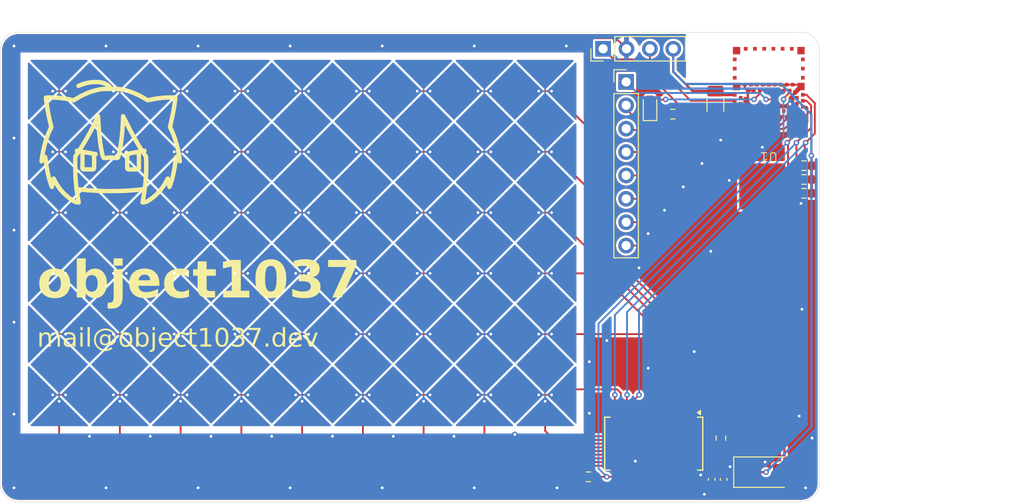
<source format=kicad_pcb>
(kicad_pcb (version 20240108) (generator "pcbnew") (generator_version "8.0")
  (layers (0 "F.Cu" signal) (31 "B.Cu" signal) (34 "B.Paste" user) (35 "F.Paste" user) (36 "B.SilkS" user "B.Silkscreen") (37 "F.SilkS" user "F.Silkscreen") (38 "B.Mask" user) (39 "F.Mask" user) (44 "Edge.Cuts" user))
  (net 0 "")
  (net 1 "GND")
  (net 2 "Net-(BT1-+)")
  (net 3 "+BATT")
  (net 4 "/SCL")
  (net 5 "/SDA")
  (net 6 "/INT")
  (net 7 "/SYNC")
  (net 8 "Net-(U2-NRST)")
  (net 11 "/SWDCLK")
  (net 13 "Net-(D2-A)")
  (net 14 "Net-(D2-K)")
  (net 15 "/P0_08")
  (net 16 "/P0_05")
  (net 17 "/~{RESET}")
  (net 18 "Net-(U1-OUT_ANT)")
  (net 20 "/SWDIO")
  (net 21 "/P0_11")
  (net 23 "/P0_03")
  (net 24 "/P0_04")
  (net 29 "/P0_15")
  (net 30 "/P0_17")
  (net 39 "unconnected-(U2-RX5-Pad23)")
  (net 40 "unconnected-(U2-RX3-Pad21)")
  (net 41 "unconnected-(U2-RX8-Pad26)")
  (net 42 "unconnected-(U2-RX0-Pad16)")
  (net 43 "unconnected-(U2-RX7-Pad25)")
  (net 44 "unconnected-(U2-RX9-Pad2)")
  (net 47 "unconnected-(U2-RX12-Pad5)")
  (net 48 "unconnected-(U2-RX13-Pad7)")
  (net 49 "unconnected-(U2-RX14-Pad13)")
  (net 50 "unconnected-(U2-RX2-Pad18)")
  (net 52 "unconnected-(U2-RX6-Pad24)")
  (net 53 "unconnected-(U2-RX1-Pad17)")
  (net 54 "unconnected-(U2-RX4-Pad22)")
  (net 55 "unconnected-(U2-RX10-Pad3)")
  (net 56 "unconnected-(U2-RX11-Pad4)")
  (footprint "Resistor_SMD:R_0603_1608Metric" (layer "F.Cu") (at 137.325 64.5 180)
    (property "Reference" "R4" (hide yes))
    (property "Value" "4.7k")
  )
  (footprint "Resistor_SMD:R_0603_1608Metric" (layer "F.Cu") (at 137.325 66 180)
    (property "Reference" "R3" (hide yes))
    (property "Value" "4.7k")
  )
  (footprint "Battery:BatteryHolder_Multicomp_BC-2001_1x2032" (layer "F.Cu") (at 132.790773 79.7 -90)
    (property "Reference" "BT1" (hide yes))
    (property "Value" "Battery_Cell")
  )
  (footprint "Capacitor_SMD:C_0402_1005Metric" (layer "F.Cu") (at 128.6 98.58 -90)
    (property "Reference" "C2" (hide yes))
    (property "Value" "10u")
  )
  (footprint "Package_SO:SSOP-28_5.3x10.2mm_P0.65mm" (layer "F.Cu") (at 121 94.7 -90)
    (property "Reference" "U2" (hide yes))
    (property "Value" "MTCH6102")
  )
  (footprint "Resistor_SMD:R_0603_1608Metric" (layer "F.Cu") (at 128.3 94.1 90)
    (property "Reference" "R5" (hide yes))
    (property "Value" "20k")
  )
  (footprint "Resistor_SMD:R_0603_1608Metric" (layer "F.Cu") (at 113.9 98.3)
    (property "Reference" "R2" (hide yes))
    (property "Value" "1.8k")
  )
  (footprint "Capacitor_SMD:C_0402_1005Metric" (layer "F.Cu") (at 127.3 98.58 -90)
    (property "Reference" "C1" (hide yes))
    (property "Value" "0.1u")
  )
  (footprint "Diode_SMD:D_SMA" (layer "F.Cu") (at 133.2 97.8)
    (property "Reference" "D1" (hide yes))
    (property "Value" "D_Schottky")
  )
  (footprint "Connector_PinHeader_2.54mm:PinHeader_1x04_P2.54mm_Vertical" (layer "F.Cu") (at 115.5 51.8 90)
    (property "Reference" "J2" (hide yes))
    (property "Value" "Conn_01x04")
  )
  (footprint "LED_SMD:LED_0603_1608Metric" (layer "F.Cu") (at 120.6 58.1125 90)
    (property "Reference" "D2" (hide yes))
    (property "Value" "LED")
  )
  (footprint "Connector_PinHeader_2.54mm:PinHeader_1x08_P2.54mm_Vertical" (layer "F.Cu") (at 118 55.4)
    (property "Reference" "J1" (hide yes))
    (property "Value" "Conn_01x08")
  )
  (footprint "RF_Module:ISP1907" (layer "F.Cu") (at 137 59 180)
    (property "Reference" "U1")
    (property "Value" "ISP1907")
  )
  (footprint "Resistor_SMD:R_0603_1608Metric" (layer "F.Cu") (at 123.075 58.9)
    (property "Reference" "R6" (hide yes))
    (property "Value" "2.2k")
  )
  (footprint "LOGO" (layer "F.Cu") (at 62 62)
    (property "Reference" "G***" (hide yes))
    (property "Value" "LOGO" (hide yes))
  )
  (footprint "Resistor_SMD:R_0603_1608Metric" (layer "F.Cu") (at 137.325 67.5 180)
    (property "Reference" "R1" (hide yes))
    (property "Value" "1.8k")
  )
  (footprint "Capacitor_SMD:C_1206_3216Metric" (layer "F.Cu") (at 127.7 57.875 -90)
    (property "Reference" "C3" (hide yes))
    (property "Value" "100u")
  )
  (gr_poly (pts (xy 56.1 69.6) (xy 53.1 72.6) (xy 53.1 66.6)) (stroke (width 0.2)) (fill solid) (layer "B.Cu") (net 56))
  (gr_poly (pts (xy 109.5 63) (xy 112.5 60) (xy 112.5 66)) (stroke (width 0.2)) (fill solid) (layer "B.Cu") (net 55))
  (gr_poly (pts (xy 63 89.7) (xy 66 92.7) (xy 60 92.7)) (stroke (width 0.2)) (fill solid) (layer "B.Cu") (net 53))
  (gr_poly (pts (xy 62.7 89.4) (xy 59.7 92.4) (xy 56.7 89.4) (xy 59.7 86.4)) (stroke (width 0.2)) (fill solid) (layer "B.Cu") (net 49))
  (gr_poly (pts (xy 89.4 89.1) (xy 86.4 86.1) (xy 89.4 83.1) (xy 92.4 86.1)) (stroke (width 0.2)) (fill solid) (layer "B.Cu") (net 39))
  (gr_poly (pts (xy 56.4 82.5) (xy 53.4 79.5) (xy 56.4 76.5) (xy 59.4 79.5)) (stroke (width 0.2)) (fill solid) (layer "B.Cu") (net 42))
  (gr_poly (pts (xy 108.9 89.4) (xy 105.9 92.4) (xy 102.9 89.4) (xy 105.9 86.4)) (stroke (width 0.2)) (fill solid) (layer "B.Cu") (net 49))
  (gr_poly (pts (xy 56.4 89.7) (xy 59.4 92.7) (xy 53.4 92.7)) (stroke (width 0.2)) (fill solid) (layer "B.Cu") (net 42))
  (gr_poly (pts (xy 109.5 89.4) (xy 112.5 86.4) (xy 112.5 92.4)) (stroke (width 0.2)) (fill solid) (layer "B.Cu") (net 49))
  (gr_poly (pts (xy 82.8 69.3) (xy 79.8 66.3) (xy 82.8 63.3) (xy 85.8 66.3)) (stroke (width 0.2)) (fill solid) (layer "B.Cu") (net 54))
  (gr_poly (pts (xy 69.6 75.9) (xy 66.6 72.9) (xy 69.6 69.9) (xy 72.6 72.9)) (stroke (width 0.2)) (fill solid) (layer "B.Cu") (net 50))
  (gr_poly (pts (xy 56.1 63) (xy 53.1 66) (xy 53.1 60)) (stroke (width 0.2)) (fill solid) (layer "B.Cu") (net 55))
  (gr_poly (pts (xy 69.3 82.8) (xy 66.3 85.8) (xy 63.3 82.8) (xy 66.3 79.8)) (stroke (width 0.2)) (fill solid) (layer "B.Cu") (net 48))
  (gr_poly (pts (xy 69.6 89.1) (xy 66.6 86.1) (xy 69.6 83.1) (xy 72.6 86.1)) (stroke (width 0.2)) (fill solid) (layer "B.Cu") (net 50))
  (gr_poly (pts (xy 89.4 89.7) (xy 92.4 92.7) (xy 86.4 92.7)) (stroke (width 0.2)) (fill solid) (layer "B.Cu") (net 39))
  (gr_poly (pts (xy 69.6 56.1) (xy 66.6 53.1) (xy 72.6 53.1)) (stroke (width 0.2)) (fill solid) (layer "B.Cu") (net 50))
  (gr_poly (pts (xy 96 75.9) (xy 93 72.9) (xy 96 69.9) (xy 99 72.9)) (stroke (width 0.2)) (fill solid) (layer "B.Cu") (net 52))
  (gr_poly (pts (xy 102.6 69.3) (xy 99.6 66.3) (xy 102.6 63.3) (xy 105.6 66.3)) (stroke (width 0.2)) (fill solid) (layer "B.Cu") (net 43))
  (gr_poly (pts (xy 56.1 56.4) (xy 53.1 59.4) (xy 53.1 53.4)) (stroke (width 0.2)) (fill solid) (layer "B.Cu") (net 44))
  (gr_poly (pts (xy 69.3 69.6) (xy 66.3 72.6) (xy 63.3 69.6) (xy 66.3 66.6)) (stroke (width 0.2)) (fill solid) (layer "B.Cu") (net 56))
  (gr_poly (pts (xy 108.9 56.4) (xy 105.9 59.4) (xy 102.9 56.4) (xy 105.9 53.4)) (stroke (width 0.2)) (fill solid) (layer "B.Cu") (net 44))
  (gr_poly (pts (xy 69.3 63) (xy 66.3 66) (xy 63.3 63) (xy 66.3 60)) (stroke (width 0.2)) (fill solid) (layer "B.Cu") (net 55))
  (gr_poly (pts (xy 92.4 59.7) (xy 89.4 62.7) (xy 86.4 59.7) (xy 89.4 56.7)) (stroke (width 0.2)) (fill solid) (layer "B.Cu") (net 39))
  (gr_poly (pts (xy 69.6 89.7) (xy 72.6 92.7) (xy 66.6 92.7)) (stroke (width 0.2)) (fill solid) (layer "B.Cu") (net 50))
  (gr_poly (pts (xy 108.9 82.8) (xy 105.9 85.8) (xy 102.9 82.8) (xy 105.9 79.8)) (stroke (width 0.2)) (fill solid) (layer "B.Cu") (net 48))
  (gr_poly (pts (xy 95.7 69.6) (xy 92.7 72.6) (xy 89.7 69.6) (xy 92.7 66.6)) (stroke (width 0.2)) (fill solid) (layer "B.Cu") (net 56))
  (gr_poly (pts (xy 109.2 89.1) (xy 106.2 86.1) (xy 109.2 83.1) (xy 112.2 86.1)) (stroke (width 0.2)) (fill solid) (layer "B.Cu") (net 41))
  (gr_poly (pts (xy 89.4 56.1) (xy 86.4 53.1) (xy 92.4 53.1)) (stroke (width 0.2)) (fill solid) (layer "B.Cu") (net 39))
  (gr_poly (pts (xy 82.8 75.9) (xy 79.8 72.9) (xy 82.8 69.9) (xy 85.8 72.9)) (stroke (width 0.2)) (fill solid) (layer "B.Cu") (net 54))
  (gr_poly (pts (xy 108.9 63) (xy 105.9 66) (xy 102.9 63) (xy 105.9 60)) (stroke (width 0.2)) (fill solid) (layer "B.Cu") (net 55))
  (gr_poly (pts (xy 56.4 56.1) (xy 53.4 53.1) (xy 59.4 53.1)) (stroke (width 0.2)) (fill solid) (layer "B.Cu") (net 42))
  (gr_poly (pts (xy 95.7 63) (xy 92.7 66) (xy 89.7 63) (xy 92.7 60)) (stroke (width 0.2)) (fill solid) (layer "B.Cu") (net 55))
  (gr_poly (pts (xy 76.2 89.7) (xy 79.2 92.7) (xy 73.2 92.7)) (stroke (width 0.2)) (fill solid) (layer "B.Cu") (net 40))
  (gr_poly (pts (xy 62.7 76.2) (xy 59.7 79.2) (xy 56.7 76.2) (xy 59.7 73.2)) (stroke (width 0.2)) (fill solid) (layer "B.Cu") (net 47))
  (gr_poly (pts (xy 75.9 56.4) (xy 72.9 59.4) (xy 69.9 56.4) (xy 72.9 53.4)) (stroke (width 0.2)) (fill solid) (layer "B.Cu") (net 44))
  (gr_poly (pts (xy 62.7 56.4) (xy 59.7 59.4) (xy 56.7 56.4) (xy 59.7 53.4)) (stroke (width 0.2)) (fill solid) (layer "B.Cu") (net 44))
  (gr_poly (pts (xy 76.2 82.5) (xy 73.2 79.5) (xy 76.2 76.5) (xy 79.2 79.5)) (stroke (width 0.2)) (fill solid) (layer "B.Cu") (net 40))
  (gr_poly (pts (xy 102.3 63) (xy 99.3 66) (xy 96.3 63) (xy 99.3 60)) (stroke (width 0.2)) (fill solid) (layer "B.Cu") (net 55))
  (gr_poly (pts (xy 63 89.1) (xy 60 86.1) (xy 63 83.1) (xy 66 86.1)) (stroke (width 0.2)) (fill solid) (layer "B.Cu") (net 53))
  (gr_poly (pts (xy 56.4 75.9) (xy 53.4 72.9) (xy 56.4 69.9) (xy 59.4 72.9)) (stroke (width 0.2)) (fill solid) (layer "B.Cu") (net 42))
  (gr_poly (pts (xy 89.1 76.2) (xy 86.1 79.2) (xy 83.1 76.2) (xy 86.1 73.2)) (stroke (width 0.2)) (fill solid) (layer "B.Cu") (net 47))
  (gr_poly (pts (xy 82.5 89.4) (xy 79.5 92.4) (xy 76.5 89.4) (xy 79.5 86.4)) (stroke (width 0.2)) (fill solid) (layer "B.Cu") (net 49))
  (gr_poly (pts (xy 105.6 59.7) (xy 102.6 62.7) (xy 99.6 59.7) (xy 102.6 56.7)) (stroke (width 0.2)) (fill solid) (layer "B.Cu") (net 43))
  (gr_poly (pts (xy 76.2 75.9) (xy 73.2 72.9) (xy 76.2 69.9) (xy 79.2 72.9)) (stroke (width 0.2)) (fill solid) (layer "B.Cu") (net 40))
  (gr_poly (pts (xy 109.2 82.5) (xy 106.2 79.5) (xy 109.2 76.5) (xy 112.2 79.5)) (stroke (width 0.2)) (fill solid) (layer "B.Cu") (net 41))
  (gr_poly (pts (xy 89.4 75.9) (xy 86.4 72.9) (xy 89.4 69.9) (xy 92.4 72.9)) (stroke (width 0.2)) (fill solid) (layer "B.Cu") (net 39))
  (gr_poly (pts (xy 95.7 56.4) (xy 92.7 59.4) (xy 89.7 56.4) (xy 92.7 53.4)) (stroke (width 0.2)) (fill solid) (layer "B.Cu") (net 44))
  (gr_poly (pts (xy 75.9 82.8) (xy 72.9 85.8) (xy 69.9 82.8) (xy 72.9 79.8)) (stroke (width 0.2)) (fill solid) (layer "B.Cu") (net 48))
  (gr_poly (pts (xy 69.3 89.4) (xy 66.3 92.4) (xy 63.3 89.4) (xy 66.3 86.4)) (stroke (width 0.2)) (fill solid) (layer "B.Cu") (net 49))
  (gr_poly (pts (xy 56.4 69.3) (xy 53.4 66.3) (xy 56.4 63.3) (xy 59.4 66.3)) (stroke (width 0.2)) (fill solid) (layer "B.Cu") (net 42))
  (gr_poly (pts (xy 63 82.5) (xy 60 79.5) (xy 63 76.5) (xy 66 79.5)) (stroke (width 0.2)) (fill solid) (layer "B.Cu") (net 53))
  (gr_poly (pts (xy 82.5 69.6) (xy 79.5 72.6) (xy 76.5 69.6) (xy 79.5 66.6)) (stroke (width 0.2)) (fill solid) (layer "B.Cu") (net 56))
  (gr_poly (pts (xy 56.4 89.1) (xy 53.4 86.1) (xy 56.4 83.1) (xy 59.4 86.1)) (stroke (width 0.2)) (fill solid) (layer "B.Cu") (net 42))
  (gr_poly (pts (xy 82.8 56.1) (xy 79.8 53.1) (xy 85.8 53.1)) (stroke (width 0.2)) (fill solid) (layer "B.Cu") (net 54))
  (gr_poly (pts (xy 69.3 76.2) (xy 66.3 79.2) (xy 63.3 76.2) (xy 66.3 73.2)) (stroke (width 0.2)) (fill solid) (layer "B.Cu") (net 47))
  (gr_poly (pts (xy 99 59.7) (xy 96 62.7) (xy 93 59.7) (xy 96 56.7)) (stroke (width 0.2)) (fill solid) (layer "B.Cu") (net 52))
  (gr_poly (pts (xy 102.6 89.1) (xy 99.6 86.1) (xy 102.6 83.1) (xy 105.6 86.1)) (stroke (width 0.2)) (fill solid) (layer "B.Cu") (net 43))
  (gr_poly (pts (xy 109.5 69.6) (xy 112.5 66.6) (xy 112.5 72.6)) (stroke (width 0.2)) (fill solid) (layer "B.Cu") (net 56))
  (gr_poly (pts (xy 95.7 76.2) (xy 92.7 79.2) (xy 89.7 76.2) (xy 92.7 73.2)) (stroke (width 0.2)) (fill solid) (layer "B.Cu") (net 47))
  (gr_poly (pts (xy 95.7 82.8) (xy 92.7 85.8) (xy 89.7 82.8) (xy 92.7 79.8)) (stroke (width 0.2)) (fill solid) (layer "B.Cu") (net 48))
  (gr_poly (pts (xy 102.3 76.2) (xy 99.3 79.2) (xy 96.3 76.2) (xy 99.3 73.2)) (stroke (width 0.2)) (fill solid) (layer "B.Cu") (net 47))
  (gr_poly (pts (xy 89.1 82.8) (xy 86.1 85.8) (xy 83.1 82.8) (xy 86.1 79.8)) (stroke (width 0.2)) (fill solid) (layer "B.Cu") (net 48))
  (gr_poly (pts (xy 82.5 82.8) (xy 79.5 85.8) (xy 76.5 82.8) (xy 79.5 79.8)) (stroke (width 0.2)) (fill solid) (layer "B.Cu") (net 48))
  (gr_poly (pts (xy 89.1 63) (xy 86.1 66) (xy 83.1 63) (xy 86.1 60)) (stroke (width 0.2)) (fill solid) (layer "B.Cu") (net 55))
  (gr_poly (pts (xy 75.9 76.2) (xy 72.9 79.2) (xy 69.9 76.2) (xy 72.9 73.2)) (stroke (width 0.2)) (fill solid) (layer "B.Cu") (net 47))
  (gr_poly (pts (xy 102.3 56.4) (xy 99.3 59.4) (xy 96.3 56.4) (xy 99.3 53.4)) (stroke (width 0.2)) (fill solid) (layer "B.Cu") (net 44))
  (gr_poly (pts (xy 102.6 89.7) (xy 105.6 92.7) (xy 99.6 92.7)) (stroke (width 0.2)) (fill solid) (layer "B.Cu") (net 43))
  (gr_poly (pts (xy 89.1 89.4) (xy 86.1 92.4) (xy 83.1 89.4) (xy 86.1 86.4)) (stroke (width 0.2)) (fill solid) (layer "B.Cu") (net 49))
  (gr_poly (pts (xy 102.3 82.8) (xy 99.3 85.8) (xy 96.3 82.8) (xy 99.3 79.8)) (stroke (width 0.2)) (fill solid) (layer "B.Cu") (net 48))
  (gr_poly (pts (xy 96 82.5) (xy 93 79.5) (xy 96 76.5) (xy 99 79.5)) (stroke (width 0.2)) (fill solid) (layer "B.Cu") (net 52))
  (gr_poly (pts (xy 89.4 82.5) (xy 86.4 79.5) (xy 89.4 76.5) (xy 92.4 79.5)) (stroke (width 0.2)) (fill solid) (layer "B.Cu") (net 39))
  (gr_poly (pts (xy 102.3 89.4) (xy 99.3 92.4) (xy 96.3 89.4) (xy 99.3 86.4)) (stroke (width 0.2)) (fill solid) (layer "B.Cu") (net 49))
  (gr_poly (pts (xy 79.2 59.7) (xy 76.2 62.7) (xy 73.2 59.7) (xy 76.2 56.7)) (stroke (width 0.2)) (fill solid) (layer "B.Cu") (net 40))
  (gr_poly (pts (xy 102.6 56.1) (xy 99.6 53.1) (xy 105.6 53.1)) (stroke (width 0.2)) (fill solid) (layer "B.Cu") (net 43))
  (gr_poly (pts (xy 95.7 89.4) (xy 92.7 92.4) (xy 89.7 89.4) (xy 92.7 86.4)) (stroke (width 0.2)) (fill solid) (layer "B.Cu") (net 49))
  (gr_poly (pts (xy 108.9 69.6) (xy 105.9 72.6) (xy 102.9 69.6) (xy 105.9 66.6)) (stroke (width 0.2)) (fill solid) (layer "B.Cu") (net 56))
  (gr_poly (pts (xy 69.3 56.4) (xy 66.3 59.4) (xy 63.3 56.4) (xy 66.3 53.4)) (stroke (width 0.2)) (fill solid) (layer "B.Cu") (net 44))
  (gr_poly (pts (xy 56.1 89.4) (xy 53.1 92.4) (xy 53.1 86.4)) (stroke (width 0.2)) (fill solid) (layer "B.Cu") (net 49))
  (gr_poly (pts (xy 89.1 69.6) (xy 86.1 72.6) (xy 83.1 69.6) (xy 86.1 66.6)) (stroke (width 0.2)) (fill solid) (layer "B.Cu") (net 56))
  (gr_poly (pts (xy 82.5 63) (xy 79.5 66) (xy 76.5 63) (xy 79.5 60)) (stroke (width 0.2)) (fill solid) (layer "B.Cu") (net 55))
  (gr_poly (pts (xy 69.6 69.3) (xy 66.6 66.3) (xy 69.6 63.3) (xy 72.6 66.3)) (stroke (width 0.2)) (fill solid) (layer "B.Cu") (net 50))
  (gr_poly (pts (xy 82.5 56.4) (xy 79.5 59.4) (xy 76.5 56.4) (xy 79.5 53.4)) (stroke (width 0.2)) (fill solid) (layer "B.Cu") (net 44))
  (gr_poly (pts (xy 75.9 63) (xy 72.9 66) (xy 69.9 63) (xy 72.9 60)) (stroke (width 0.2)) (fill solid) (layer "B.Cu") (net 55))
  (gr_poly (pts (xy 109.5 82.8) (xy 112.5 79.8) (xy 112.5 85.8)) (stroke (width 0.2)) (fill solid) (layer "B.Cu") (net 48))
  (gr_poly (pts (xy 82.8 89.7) (xy 85.8 92.7) (xy 79.8 92.7)) (stroke (width 0.2)) (fill solid) (layer "B.Cu") (net 54))
  (gr_poly (pts (xy 89.4 69.3) (xy 86.4 66.3) (xy 89.4 63.3) (xy 92.4 66.3)) (stroke (width 0.2)) (fill solid) (layer "B.Cu") (net 39))
  (gr_poly (pts (xy 59.4 59.7) (xy 56.4 62.7) (xy 53.4 59.7) (xy 56.4 56.7)) (stroke (width 0.2)) (fill solid) (layer "B.Cu") (net 42))
  (gr_poly (pts (xy 109.2 89.7) (xy 112.2 92.7) (xy 106.2 92.7)) (stroke (width 0.2)) (fill solid) (layer "B.Cu") (net 41))
  (gr_poly (pts (xy 82.8 89.1) (xy 79.8 86.1) (xy 82.8 83.1) (xy 85.8 86.1)) (stroke (width 0.2)) (fill solid) (layer "B.Cu") (net 54))
  (gr_poly (pts (xy 102.6 82.5) (xy 99.6 79.5) (xy 102.6 76.5) (xy 105.6 79.5)) (stroke (width 0.2)) (fill solid) (layer "B.Cu") (net 43))
  (gr_poly (pts (xy 109.2 75.9) (xy 106.2 72.9) (xy 109.2 69.9) (xy 112.2 72.9)) (stroke (width 0.2)) (fill solid) (layer "B.Cu") (net 41))
  (gr_poly (pts (xy 96 69.3) (xy 93 66.3) (xy 96 63.3) (xy 99 66.3)) (stroke (width 0.2)) (fill solid) (layer "B.Cu") (net 52))
  (gr_poly (pts (xy 56.1 82.8) (xy 53.1 85.8) (xy 53.1 79.8)) (stroke (width 0.2)) (fill solid) (layer "B.Cu") (net 48))
  (gr_poly (pts (xy 96 56.1) (xy 93 53.1) (xy 99 53.1)) (stroke (width 0.2)) (fill solid) (layer "B.Cu") (net 52))
  (gr_poly (pts (xy 109.5 76.2) (xy 112.5 73.2) (xy 112.5 79.2)) (stroke (width 0.2)) (fill solid) (layer "B.Cu") (net 47))
  (gr_poly (pts (xy 72.6 59.7) (xy 69.6 62.7) (xy 66.6 59.7) (xy 69.6 56.7)) (stroke (width 0.2)) (fill solid) (layer "B.Cu") (net 50))
  (gr_poly (pts (xy 62.7 69.6) (xy 59.7 72.6) (xy 56.7 69.6) (xy 59.7 66.6)) (stroke (width 0.2)) (fill solid) (layer "B.Cu") (net 56))
  (gr_poly (pts (xy 62.7 63) (xy 59.7 66) (xy 56.7 63) (xy 59.7 60)) (stroke (width 0.2)) (fill solid) (layer "B.Cu") (net 55))
  (gr_poly (pts (xy 75.9 69.6) (xy 72.9 72.6) (xy 69.9 69.6) (xy 72.9 66.6)) (stroke (width 0.2)) (fill solid) (layer "B.Cu") (net 56))
  (gr_poly (pts (xy 102.3 69.6) (xy 99.3 72.6) (xy 96.3 69.6) (xy 99.3 66.6)) (stroke (width 0.2)) (fill solid) (layer "B.Cu") (net 56))
  (gr_poly (pts (xy 96 89.1) (xy 93 86.1) (xy 96 83.1) (xy 99 86.1)) (stroke (width 0.2)) (fill solid) (layer "B.Cu") (net 52))
  (gr_poly (pts (xy 62.7 82.8) (xy 59.7 85.8) (xy 56.7 82.8) (xy 59.7 79.8)) (stroke (width 0.2)) (fill solid) (layer "B.Cu") (net 48))
  (gr_poly (pts (xy 109.2 56.1) (xy 106.2 53.1) (xy 112.2 53.1)) (stroke (width 0.2)) (fill solid) (layer "B.Cu") (net 41))
  (gr_poly (pts (xy 82.8 82.5) (xy 79.8 79.5) (xy 82.8 76.5) (xy 85.8 79.5)) (stroke (width 0.2)) (fill solid) (layer "B.Cu") (net 54))
  (gr_poly (pts (xy 109.2 69.3) (xy 106.2 66.3) (xy 109.2 63.3) (xy 112.2 66.3)) (stroke (width 0.2)) (fill solid) (layer "B.Cu") (net 41))
  (gr_poly (pts (xy 63 75.9) (xy 60 72.9) (xy 63 69.9) (xy 66 72.9)) (stroke (width 0.2)) (fill solid) (layer "B.Cu") (net 53))
  (gr_poly (pts (xy 108.9 76.2) (xy 105.9 79.2) (xy 102.9 76.2) (xy 105.9 73.2)) (stroke (width 0.2)) (fill solid) (layer "B.Cu") (net 47))
  (gr_poly (pts (xy 76.2 89.1) (xy 73.2 86.1) (xy 76.2 83.1) (xy 79.2 86.1)) (stroke (width 0.2)) (fill solid) (layer "B.Cu") (net 40))
  (gr_poly (pts (xy 56.1 76.2) (xy 53.1 79.2) (xy 53.1 73.2)) (stroke (width 0.2)) (fill solid) (layer "B.Cu") (net 47))
  (gr_poly (pts (xy 66 59.7) (xy 63 62.7) (xy 60 59.7) (xy 63 56.7)) (stroke (width 0.2)) (fill solid) (layer "B.Cu") (net 53))
  (gr_poly (pts (xy 63 69.3) (xy 60 66.3) (xy 63 63.3) (xy 66 66.3)) (stroke (width 0.2)) (fill solid) (layer "B.Cu") (net 53))
  (gr_poly (pts (xy 75.9 89.4) (xy 72.9 92.4) (xy 69.9 89.4) (xy 72.9 86.4)) (stroke (width 0.2)) (fill solid) (layer "B.Cu") (net 49))
  (gr_poly (pts (xy 85.8 59.7) (xy 82.8 62.7) (xy 79.8 59.7) (xy 82.8 56.7)) (stroke (width 0.2)) (fill solid) (layer "B.Cu") (net 54))
  (gr_poly (pts (xy 102.6 75.9) (xy 99.6 72.9) (xy 102.6 69.9) (xy 105.6 72.9)) (stroke (width 0.2)) (fill solid) (layer "B.Cu") (net 43))
  (gr_poly (pts (xy 109.5 56.4) (xy 112.5 53.4) (xy 112.5 59.4)) (stroke (width 0.2)) (fill solid) (layer "B.Cu") (net 44))
  (gr_poly (pts (xy 76.2 69.3) (xy 73.2 66.3) (xy 76.2 63.3) (xy 79.2 66.3)) (stroke (width 0.2)) (fill solid) (layer "B.Cu") (net 40))
  (gr_poly (pts (xy 82.5 76.2) (xy 79.5 79.2) (xy 76.5 76.2) (xy 79.5 73.2)) (stroke (width 0.2)) (fill solid) (layer "B.Cu") (net 47))
  (gr_poly (pts (xy 96 89.7) (xy 99 92.7) (xy 93 92.7)) (stroke (width 0.2)) (fill solid) (layer "B.Cu") (net 52))
  (gr_poly (pts (xy 69.6 82.5) (xy 66.6 79.5) (xy 69.6 76.5) (xy 72.6 79.5)) (stroke (width 0.2)) (fill solid) (layer "B.Cu") (net 50))
  (gr_poly (pts (xy 76.2 56.1) (xy 73.2 53.1) (xy 79.2 53.1)) (stroke (width 0.2)) (fill solid) (layer "B.Cu") (net 40))
  (gr_poly (pts (xy 89.1 56.4) (xy 86.1 59.4) (xy 83.1 56.4) (xy 86.1 53.4)) (stroke (width 0.2)) (fill solid) (layer "B.Cu") (net 44))
  (gr_poly (pts (xy 63 56.1) (xy 60 53.1) (xy 66 53.1)) (stroke (width 0.2)) (fill solid) (layer "B.Cu") (net 53))
  (gr_poly (pts (xy 112.2 59.7) (xy 109.2 62.7) (xy 106.2 59.7) (xy 109.2 56.7)) (stroke (width 0.2)) (fill solid) (layer "B.Cu") (net 41))
  (gr_line (start 50 99) (end 50 52) (stroke (width 0.05)) (layer "Edge.Cuts"))
  (gr_arc (start 137 50) (mid 138.414214 50.585786) (end 139 52) (stroke (width 0.05)) (layer "Edge.Cuts"))
  (gr_line (start 137 101) (end 52 101) (stroke (width 0.05)) (layer "Edge.Cuts"))
  (gr_arc (start 52 101) (mid 50.585786 100.414214) (end 50 99) (stroke (width 0.05)) (layer "Edge.Cuts"))
  (gr_arc (start 139 99) (mid 138.414214 100.414214) (end 137 101) (stroke (width 0.05)) (layer "Edge.Cuts"))
  (gr_arc (start 50 52) (mid 50.585786 50.585786) (end 52 50) (stroke (width 0.05)) (layer "Edge.Cuts"))
  (gr_line (start 139 52) (end 139 99) (stroke (width 0.05)) (layer "Edge.Cuts"))
  (gr_line (start 52 50) (end 137 50) (stroke (width 0.05)) (layer "Edge.Cuts"))
  (gr_text "object1037" (at 54 79.5 0) (layer "F.SilkS") (effects (font (size 4 4) (thickness 0.5)) (justify left bottom)))
  (gr_text "mail@object1037.dev" (at 54 84.5 0) (layer "F.SilkS") (effects (font (size 2 2) (thickness 0.025)) (justify left bottom)))
  (segment (start 118.04 51.8) (end 116.89 50.65) (width 0.2) (layer "F.Cu") (net 1))
  (segment (start 137 55.9) (end 137 55.90104) (width 0.25) (layer "F.Cu") (net 1))
  (segment (start 134.1 62.5) (end 132.8 62.5) (width 0.25) (layer "F.Cu") (net 1))
  (segment (start 136.8 55.7) (end 137 55.9) (width 0.2) (layer "F.Cu") (net 1))
  (segment (start 130.2 55.7) (end 130 55.9) (width 0.2) (layer "F.Cu") (net 1))
  (segment (start 129.65 59.35) (end 130 59) (width 0.2) (layer "F.Cu") (net 1))
  (segment (start 131.225 57.775) (end 131.225 56.35) (width 0.25) (layer "F.Cu") (net 1))
  (segment (start 130.9 55.7) (end 130.2 55.7) (width 0.2) (layer "F.Cu") (net 1))
  (segment (start 137 59.6) (end 134.1 62.5) (width 0.25) (layer "F.Cu") (net 1))
  (segment (start 137 59) (end 137 59.6) (width 0.25) (layer "F.Cu") (net 1))
  (segment (start 137 55.90104) (end 135.8 57.10104) (width 0.25) (layer "F.Cu") (net 1))
  (segment (start 130 59) (end 131.225 57.775) (width 0.25) (layer "F.Cu") (net 1))
  (segment (start 112.35 50.65) (end 111.5 51.5) (width 0.2) (layer "F.Cu") (net 1))
  (segment (start 131.15 56.35) (end 130.9 56.1) (width 0.2) (layer "F.Cu") (net 1))
  (segment (start 132.85 55.7) (end 136.8 55.7) (width 0.2) (layer "F.Cu") (net 1))
  (segment (start 127.7 59.35) (end 129.65 59.35) (width 0.2) (layer "F.Cu") (net 1))
  (segment (start 130.9 56.1) (end 130.9 55.7) (width 0.2) (layer "F.Cu") (net 1))
  (segment (start 131.875 56.35) (end 131.15 56.35) (width 0.2) (layer "F.Cu") (net 1))
  (segment (start 116.89 50.65) (end 112.35 50.65) (width 0.2) (layer "F.Cu") (net 1))
  (segment (start 135.8 57.10104) (end 135.8 57.8) (width 0.25) (layer "F.Cu") (net 1))
  (via (at 81.5 51.5) (size 0.6) (drill 0.3) (layers "F.Cu" "B.Cu") (net 1))
  (via (at 59.7 93.9) (size 0.6) (drill 0.3) (layers "F.Cu" "B.Cu") (net 1))
  (via (at 51.5 81.5) (size 0.6) (drill 0.3) (layers "F.Cu" "B.Cu") (net 1))
  (via (at 128.27 61.722) (size 0.6) (drill 0.3) (layers "F.Cu" "B.Cu") (net 1))
  (via (at 138.2 94.1) (size 0.6) (drill 0.3) (layers "F.Cu" "B.Cu") (net 1))
  (via (at 125.4 84.7) (size 0.6) (drill 0.3) (layers "F.Cu" "B.Cu") (net 1))
  (via (at 72.9 93.9) (size 0.6) (drill 0.3) (layers "F.Cu" "B.Cu") (net 1))
  (via (at 120.396 71.882) (size 0.6) (drill 0.3) (layers "F.Cu" "B.Cu") (net 1))
  (via (at 61.5 51.5) (size 0.6) (drill 0.3) (layers "F.Cu" "B.Cu") (net 1))
  (via (at 132.8 62.5) (size 0.6) (drill 0.3) (layers "F.Cu" "B.Cu") (net 1))
  (via (at 114 91.4) (size 0.6) (drill 0.3) (layers "F.Cu" "B.Cu") (net 1))
  (via (at 79.5 93.9) (size 0.6) (drill 0.3) (layers "F.Cu" "B.Cu") (net 1))
  (via (at 111.5 51.5) (size 0.6) (drill 0.3) (layers "F.Cu" "B.Cu") (net 1))
  (via (at 129.2 66.1) (size 0.6) (drill 0.3) (layers "F.Cu" "B.Cu") (net 1))
  (via (at 126.1 98.1) (size 0.6) (drill 0.3) (layers "F.Cu" "B.Cu") (net 1))
  (via (at 91.5 51.5) (size 0.6) (drill 0.3) (layers "F.Cu" "B.Cu") (net 1))
  (via (at 136.8 91.7) (size 0.6) (drill 0.3) (layers "F.Cu" "B.Cu") (net 1))
  (via (at 105.9 93.7) (size 0.6) (drill 0.3) (layers "F.Cu" "B.Cu") (net 1))
  (via (at 137.5 99.5) (size 0.6) (drill 0.3) (layers "F.Cu" "B.Cu") (net 1))
  (via (at 120.4 86.5) (size 0.6) (drill 0.3) (layers "F.Cu" "B.Cu") (net 1))
  (via (at 71.5 51.5) (size 0.6) (drill 0.3) (layers "F.Cu" "B.Cu") (net 1))
  (via (at 127.2 73.8) (size 0.6) (drill 0.3) (layers "F.Cu" "B.Cu") (net 1))
  (via (at 119 96.6) (size 0.6) (drill 0.3) (layers "F.Cu" "B.Cu") (net 1))
  (via (at 137 68.6) (size 0.6) (drill 0.3) (layers "F.Cu" "B.Cu") (net 1))
  (via (at 126.238 64.262) (size 0.6) (drill 0.3) (layers "F.Cu" "B.Cu") (net 1))
  (via (at 129.3 97.2) (size 0.6) (drill 0.3) (layers "F.Cu" "B.Cu") (net 1))
  (via (at 114 85.8) (size 0.6) (drill 0.3) (layers "F.Cu" "B.Cu") (net 1))
  (via (at 133.1 96.7) (size 0.6) (drill 0.3) (layers "F.Cu" "B.Cu") (net 1))
  (via (at 126.5 100.2) (size 0.6) (drill 0.3) (layers "F.Cu" "B.Cu") (net 1))
  (via (at 101.5 51.5) (size 0.6) (drill 0.3) (layers "F.Cu" "B.Cu") (net 1))
  (via (at 51.5 91.5) (size 0.6) (drill 0.3) (layers "F.Cu" "B.Cu") (net 1))
  (via (at 51.5 99.5) (size 0.6) (drill 0.3) (layers "F.Cu" "B.Cu") (net 1))
  (via (at 115.9 83.5) (size 0.6) (drill 0.3) (layers "F.Cu" "B.Cu") (net 1))
  (via (at 124.206 66.802) (size 0.6) (drill 0.3) (layers "F.Cu" "B.Cu") (net 1))
  (via (at 61.5 99.5) (size 0.6) (drill 0.3) (layers "F.Cu" "B.Cu") (net 1))
  (via (at 137.1 80.1) (size 0.6) (drill 0.3) (layers "F.Cu" "B.Cu") (net 1))
  (via (at 99.3 93.9) (size 0.6) (drill 0.3) (layers "F.Cu" "B.Cu") (net 1))
  (via (at 101.5 99.5) (size 0.6) (drill 0.3) (layers "F.Cu" "B.Cu") (net 1))
  (via (at 86.1 93.9) (size 0.6) (drill 0.3) (layers "F.Cu" "B.Cu") (net 1))
  (via (at 51.5 51.5) (size 0.6) (drill 0.3) (layers "F.Cu" "B.Cu") (net 1))
  (via (at 119.4 75.6) (size 0.6) (drill 0.3) (layers "F.Cu" "B.Cu") (net 1))
  (via (at 122.174 69.342) (size 0.6) (drill 0.3) (layers "F.Cu" "B.Cu") (net 1))
  (via (at 81.5 99.5) (size 0.6) (drill 0.3) (layers "F.Cu" "B.Cu") (net 1))
  (via (at 110.5 99.5) (size 0.6) (drill 0.3) (layers "F.Cu" "B.Cu") (net 1))
  (via (at 51.5 71.5) (size 0.6) (drill 0.3) (layers "F.Cu" "B.Cu") (net 1))
  (via (at 91.5 99.5) (size 0.6) (drill 0.3) (layers "F.Cu" "B.Cu") (net 1))
  (via (at 92.7 93.9) (size 0.6) (drill 0.3) (layers "F.Cu" "B.Cu") (net 1))
  (via (at 66.3 93.9) (size 0.6) (drill 0.3) (layers "F.Cu" "B.Cu") (net 1))
  (via (at 135.8 57.8) (size 0.6) (drill 0.3) (layers "F.Cu" "B.Cu") (net 1))
  (via (at 51.5 61.5) (size 0.6) (drill 0.3) (layers "F.Cu" "B.Cu") (net 1))
  (via (at 71.5 99.5) (size 0.6) (drill 0.3) (layers "F.Cu" "B.Cu") (net 1))
  (segment (start 135.2 95.059227) (end 132.790773 92.65) (width 0.25) (layer "F.Cu") (net 2))
  (segment (start 136.1 70.059227) (end 136.1 89.340773) (width 0.25) (layer "F.Cu") (net 2))
  (segment (start 132.790773 66.75) (end 136.1 70.059227) (width 0.25) (layer "F.Cu") (net 2))
  (segment (start 135.2 97.8) (end 135.2 95.059227) (width 0.25) (layer "F.Cu") (net 2))
  (segment (start 136.1 89.340773) (end 132.790773 92.65) (width 0.25) (layer "F.Cu") (net 2))
  (segment (start 123.12 54.296778) (end 125.223222 56.4) (width 0.25) (layer "F.Cu") (net 3))
  (segment (start 138.15 66) (end 138.15 64.5) (width 0.3) (layer "F.Cu") (net 3))
  (segment (start 125.8 99.5) (end 127.2 98.1) (width 0.25) (layer "F.Cu") (net 3))
  (segment (start 127.7 56.4) (end 128.1 56.8) (width 0.3) (layer "F.Cu") (net 3))
  (segment (start 113.075 98.3) (end 114.275 99.5) (width 0.25) (layer "F.Cu") (net 3))
  (segment (start 120.025 98.3) (end 120.025 99.425) (width 0.25) (layer "F.Cu") (net 3))
  (segment (start 127.2 98.1) (end 127.3 98.1) (width 0.25) (layer "F.Cu") (net 3))
  (segment (start 123.12 51.8) (end 123.12 54.296778) (width 0.25) (layer "F.Cu") (net 3))
  (segment (start 131.2 97.8) (end 133.2 97.8) (width 0.25) (layer "F.Cu") (net 3))
  (segment (start 130.9 98.1) (end 131.2 97.8) (width 0.25) (layer "F.Cu") (net 3))
  (segment (start 128.1 56.8) (end 129.8 56.8) (width 0.3) (layer "F.Cu") (net 3))
  (segment (start 125.223222 56.4) (end 127.7 56.4) (width 0.25) (layer "F.Cu") (net 3))
  (segment (start 138.15 64.5) (end 138.15 63.425) (width 0.25) (layer "F.Cu") (net 3))
  (segment (start 120.1 99.5) (end 125.8 99.5) (width 0.25) (layer "F.Cu") (net 3))
  (segment (start 128.6 98.1) (end 130.9 98.1) (width 0.25) (layer "F.Cu") (net 3))
  (segment (start 114.275 99.5) (end 120.1 99.5) (width 0.25) (layer "F.Cu") (net 3))
  (segment (start 120.025 99.425) (end 120.1 99.5) (width 0.25) (layer "F.Cu") (net 3))
  (segment (start 127.3 98.1) (end 128.6 98.1) (width 0.25) (layer "F.Cu") (net 3))
  (segment (start 138.15 67.5) (end 138.15 66) (width 0.3) (layer "F.Cu") (net 3))
  (segment (start 128.3 94.925) (end 128.325 94.925) (width 0.25) (layer "F.Cu") (net 3))
  (segment (start 128.325 94.925) (end 131.2 97.8) (width 0.25) (layer "F.Cu") (net 3))
  (segment (start 138.15 63.425) (end 138.125 63.4) (width 0.25) (layer "F.Cu") (net 3))
  (via (at 138.125 63.4) (size 0.6) (drill 0.3) (layers "F.Cu" "B.Cu") (net 3))
  (via (at 133.2 97.8) (size 0.6) (drill 0.3) (layers "F.Cu" "B.Cu") (net 3))
  (segment (start 138.125 92.875) (end 138.125 63.4) (width 0.25) (layer "B.Cu") (net 3))
  (segment (start 123.12 54.296778) (end 123.12 51.8) (width 0.25) (layer "B.Cu") (net 3))
  (segment (start 133.2 97.8) (end 138.125 92.875) (width 0.25) (layer "B.Cu") (net 3))
  (segment (start 138.125 63.4) (end 138.125 58.925) (width 0.25) (layer "B.Cu") (net 3))
  (segment (start 138.125 58.925) (end 134.825 55.625) (width 0.25) (layer "B.Cu") (net 3))
  (segment (start 134.825 55.625) (end 124.448222 55.625) (width 0.25) (layer "B.Cu") (net 3))
  (segment (start 124.448222 55.625) (end 123.12 54.296778) (width 0.25) (layer "B.Cu") (net 3))
  (segment (start 137.7 59.8) (end 135.5 62) (width 0.2) (layer "F.Cu") (net 4))
  (segment (start 137.6 58.1) (end 137.7 58.2) (width 0.2) (layer "F.Cu") (net 4))
  (segment (start 135.590773 62.090773) (end 135.590773 66.590773) (width 0.2) (layer "F.Cu") (net 4))
  (segment (start 116.775 89.4) (end 116.775 91.1) (width 0.2) (layer "F.Cu") (net 4))
  (segment (start 135.5 62) (end 135.590773 62.090773) (width 0.2) (layer "F.Cu") (net 4))
  (segment (start 137.7 58.2) (end 137.7 59.8) (width 0.2) (layer "F.Cu") (net 4))
  (segment (start 135.590773 66.590773) (end 136.5 67.5) (width 0.2) (layer "F.Cu") (net 4))
  (segment (start 137.2 58.1) (end 137.6 58.1) (width 0.2) (layer "F.Cu") (net 4))
  (via (at 116.775 89.4) (size 0.6) (drill 0.3) (layers "F.Cu" "B.Cu") (net 4))
  (via (at 135.5 62) (size 0.6) (drill 0.3) (layers "F.Cu" "B.Cu") (net 4))
  (segment (start 116.775 80.725) (end 135.5 62) (width 0.2) (layer "B.Cu") (net 4))
  (segment (start 116.775 89.4) (end 116.775 80.725) (width 0.2) (layer "B.Cu") (net 4))
  (segment (start 135.775 56.35) (end 135.775 56.525) (width 0.2) (layer "F.Cu") (net 5))
  (segment (start 115.9 98.3) (end 114.725 98.3) (width 0.2) (layer "F.Cu") (net 5))
  (segment (start 135.775 56.525) (end 135.1 57.2) (width 0.2) (layer "F.Cu") (net 5))
  (segment (start 135.1 57.2) (end 135.1 57.3) (width 0.2) (layer "F.Cu") (net 5))
  (segment (start 115.9 98.3) (end 116.775 98.3) (width 0.2) (layer "F.Cu") (net 5))
  (via (at 135.1 57.3) (size 0.6) (drill 0.3) (layers "F.Cu" "B.Cu") (net 5))
  (via (at 115.9 98.3) (size 0.6) (drill 0.3) (layers "F.Cu" "B.Cu") (net 5))
  (segment (start 115 97.4) (end 115 81.651471) (width 0.2) (layer "B.Cu") (net 5))
  (segment (start 115 81.651471) (end 135.1 61.551471) (width 0.2) (layer "B.Cu") (net 5))
  (segment (start 135.1 61.551471) (end 135.1 57.3) (width 0.2) (layer "B.Cu") (net 5))
  (segment (start 115.9 98.3) (end 115 97.4) (width 0.2) (layer "B.Cu") (net 5))
  (segment (start 137.2 56.8) (end 137.6 56.8) (width 0.2) (layer "F.Cu") (net 6))
  (segment (start 137.4 62.1) (end 137.4 65.1) (width 0.2) (layer "F.Cu") (net 6))
  (segment (start 118.725 90.075) (end 118.725 91.1) (width 0.2) (layer "F.Cu") (net 6))
  (segment (start 138.5 61) (end 137.5 62) (width 0.2) (layer "F.Cu") (net 6))
  (segment (start 137.6 56.8) (end 138.5 57.7) (width 0.2) (layer "F.Cu") (net 6))
  (segment (start 137.4 65.1) (end 136.5 66) (width 0.2) (layer "F.Cu") (net 6))
  (segment (start 119.4 89.4) (end 118.725 90.075) (width 0.2) (layer "F.Cu") (net 6))
  (segment (start 137.5 62) (end 137.4 62.1) (width 0.2) (layer "F.Cu") (net 6))
  (segment (start 138.5 57.7) (end 138.5 61) (width 0.2) (layer "F.Cu") (net 6))
  (via (at 137.5 62) (size 0.6) (drill 0.3) (layers "F.Cu" "B.Cu") (net 6))
  (via (at 119.4 89.4) (size 0.6) (drill 0.3) (layers "F.Cu" "B.Cu") (net 6))
  (segment (start 119.4 80.1) (end 119.4 89.4) (width 0.2) (layer "B.Cu") (net 6))
  (segment (start 137.5 62) (end 119.4 80.1) (width 0.2) (layer "B.Cu") (net 6))
  (segment (start 118.075 89.625) (end 118.075 91.1) (width 0.2) (layer "F.Cu") (net 7))
  (segment (start 138.1 60.4) (end 136.5 62) (width 0.2) (layer "F.Cu") (net 7))
  (segment (start 137.6 57.45) (end 138.1 57.95) (width 0.2) (layer "F.Cu") (net 7))
  (segment (start 118.1 89.4) (end 118.1 89.6) (width 0.2) (layer "F.Cu") (net 7))
  (segment (start 138.1 57.95) (end 138.1 60.4) (width 0.2) (layer "F.Cu") (net 7))
  (segment (start 136.5 62) (end 136.5 64.5) (width 0.2) (layer "F.Cu") (net 7))
  (segment (start 118.1 89.6) (end 118.075 89.625) (width 0.2) (layer "F.Cu") (net 7))
  (segment (start 137.2 57.45) (end 137.6 57.45) (width 0.2) (layer "F.Cu") (net 7))
  (via (at 118.1 89.4) (size 0.6) (drill 0.3) (layers "F.Cu" "B.Cu") (net 7))
  (via (at 136.5 62) (size 0.6) (drill 0.3) (layers "F.Cu" "B.Cu") (net 7))
  (segment (start 118.1 89.4) (end 118.1 80.4) (width 0.2) (layer "B.Cu") (net 7))
  (segment (start 118.1 80.4) (end 136.5 62) (width 0.2) (layer "B.Cu") (net 7))
  (segment (start 126.125 91.1) (end 128.3 93.275) (width 0.2) (layer "F.Cu") (net 8))
  (segment (start 125.225 91.1) (end 126.125 91.1) (width 0.2) (layer "F.Cu") (net 8))
  (segment (start 118.798529 52.95) (end 116.65 52.95) (width 0.2) (layer "F.Cu") (net 11))
  (segment (start 123.948529 58.1) (end 118.798529 52.95) (width 0.2) (layer "F.Cu") (net 11))
  (segment (start 129.8 58.1) (end 123.948529 58.1) (width 0.2) (layer "F.Cu") (net 11))
  (segment (start 116.65 52.95) (end 115.5 51.8) (width 0.2) (layer "F.Cu") (net 11))
  (segment (start 131.9 57.3) (end 132.525 56.675) (width 0.2) (layer "F.Cu") (net 13))
  (segment (start 132.525 56.675) (end 132.525 56.35) (width 0.2) (layer "F.Cu") (net 13))
  (segment (start 122.275 57.325) (end 122.3 57.3) (width 0.2) (layer "F.Cu") (net 13))
  (segment (start 120.6 57.325) (end 122.275 57.325) (width 0.2) (layer "F.Cu") (net 13))
  (via (at 131.9 57.3) (size 0.6) (drill 0.3) (layers "F.Cu" "B.Cu") (net 13))
  (via (at 122.3 57.3) (size 0.6) (drill 0.3) (layers "F.Cu" "B.Cu") (net 13))
  (segment (start 122.3 57.3) (end 131.9 57.3) (width 0.2) (layer "B.Cu") (net 13))
  (segment (start 122.25 58.9) (end 120.6 58.9) (width 0.2) (layer "F.Cu") (net 14))
  (segment (start 118 57.94) (end 118 58.34) (width 0.2) (layer "F.Cu") (net 15))
  (segment (start 130.9 59.5) (end 130.9 59.2) (width 0.2) (layer "F.Cu") (net 15))
  (segment (start 119.885 60.225) (end 130.175 60.225) (width 0.2) (layer "F.Cu") (net 15))
  (segment (start 118 58.34) (end 119.885 60.225) (width 0.2) (layer "F.Cu") (net 15))
  (segment (start 130.175 60.225) (end 130.9 59.5) (width 0.2) (layer "F.Cu") (net 15))
  (segment (start 128.695686 63.02) (end 132.2 59.515686) (width 0.2) (layer "F.Cu") (net 16))
  (segment (start 118 63.02) (end 128.695686 63.02) (width 0.2) (layer "F.Cu") (net 16))
  (segment (start 132.2 59.515686) (end 132.2 59.2) (width 0.2) (layer "F.Cu") (net 16))
  (segment (start 134.475 56.75) (end 133.925 57.3) (width 0.2) (layer "F.Cu") (net 17))
  (segment (start 133.925 57.3) (end 133.2 57.3) (width 0.2) (layer "F.Cu") (net 17))
  (segment (start 134.475 56.35) (end 134.475 56.75) (width 0.2) (layer "F.Cu") (net 17))
  (via (at 133.2 57.3) (size 0.6) (drill 0.3) (layers "F.Cu" "B.Cu") (net 17))
  (segment (start 132.5 56.6) (end 133.2 57.3) (width 0.2) (layer "B.Cu") (net 17))
  (segment (start 119.2 56.6) (end 132.5 56.6) (width 0.2) (layer "B.Cu") (net 17))
  (segment (start 118 55.4) (end 119.2 56.6) (width 0.2) (layer "B.Cu") (net 17))
  (segment (start 132.2 55.7) (end 131.55 55.7) (width 0.2) (layer "F.Cu") (net 18))
  (segment (start 120.58 53.002081) (end 125.027919 57.45) (width 0.2) (layer "F.Cu") (net 20))
  (segment (start 125.027919 57.45) (end 129.8 57.45) (width 0.2) (layer "F.Cu") (net 20))
  (segment (start 120.58 51.8) (end 120.58 53.002081) (width 0.2) (layer "F.Cu") (net 20))
  (segment (start 136.1 59.6) (end 135.2 60.5) (width 0.2) (layer "F.Cu") (net 21))
  (segment (start 136.1 59.2) (end 136.1 59.6) (width 0.2) (layer "F.Cu") (net 21))
  (segment (start 135.2 60.5) (end 133.47843 60.5) (width 0.2) (layer "F.Cu") (net 21))
  (segment (start 120.79843 73.18) (end 118 73.18) (width 0.2) (layer "F.Cu") (net 21))
  (segment (start 133.47843 60.5) (end 120.79843 73.18) (width 0.2) (layer "F.Cu") (net 21))
  (segment (start 132.85 59.431372) (end 132.85 59.2) (width 0.2) (layer "F.Cu") (net 23))
  (segment (start 126.721372 65.56) (end 132.85 59.431372) (width 0.2) (layer "F.Cu") (net 23))
  (segment (start 118 65.56) (end 126.721372 65.56) (width 0.2) (layer "F.Cu") (net 23))
  (segment (start 133.312744 60.1) (end 122.772744 70.64) (width 0.2) (layer "F.Cu") (net 24))
  (segment (start 122.772744 70.64) (end 118 70.64) (width 0.2) (layer "F.Cu") (net 24))
  (segment (start 134.765686 60.1) (end 133.312744 60.1) (width 0.2) (layer "F.Cu") (net 24))
  (segment (start 135.45 59.2) (end 135.45 59.415686) (width 0.2) (layer "F.Cu") (net 24))
  (segment (start 135.45 59.415686) (end 134.765686 60.1) (width 0.2) (layer "F.Cu") (net 24))
  (segment (start 134.8 59.5) (end 134.8 59.2) (width 0.2) (layer "F.Cu") (net 29))
  (segment (start 133.147058 59.7) (end 134.6 59.7) (width 0.2) (layer "F.Cu") (net 29))
  (segment (start 124.747058 68.1) (end 133.147058 59.7) (width 0.2) (layer "F.Cu") (net 29))
  (segment (start 134.6 59.7) (end 134.8 59.5) (width 0.2) (layer "F.Cu") (net 29))
  (segment (start 118 68.1) (end 124.747058 68.1) (width 0.2) (layer "F.Cu") (net 29))
  (segment (start 118.145 60.625) (end 118 60.48) (width 0.2) (layer "F.Cu") (net 30))
  (segment (start 130.525 60.625) (end 118.145 60.625) (width 0.2) (layer "F.Cu") (net 30))
  (segment (start 131.55 59.2) (end 131.55 59.6) (width 0.2) (layer "F.Cu") (net 30))
  (segment (start 131.55 59.6) (end 130.525 60.625) (width 0.2) (layer "F.Cu") (net 30))
  (segment (start 121.975 98.3) (end 121.975 97.225) (width 0.2) (layer "F.Cu") (net 39))
  (segment (start 119.85 95.1) (end 89.9 95.1) (width 0.2) (layer "F.Cu") (net 39))
  (segment (start 121.975 97.225) (end 119.85 95.1) (width 0.2) (layer "F.Cu") (net 39))
  (segment (start 89.9 95.1) (end 89.4 94.6) (width 0.2) (layer "F.Cu") (net 39))
  (segment (start 89.4 94.6) (end 89.4 90.1) (width 0.2) (layer "F.Cu") (net 39))
  (via (at 89.4 90.1) (size 0.6) (drill 0.3) (layers "F.Cu" "B.Cu") (net 39))
  (segment (start 89.4 54.6) (end 89.4 90.1) (width 0.15) (layer "B.Cu") (net 39))
  (segment (start 89.4 90.1) (end 89.4 91.2) (width 0.15) (layer "B.Cu") (net 39))
  (segment (start 76.2 95.3) (end 76.2 90.1) (width 0.2) (layer "F.Cu") (net 40))
  (segment (start 119.35 95.9) (end 76.8 95.9) (width 0.2) (layer "F.Cu") (net 40))
  (segment (start 120.675 98.3) (end 120.675 97.225) (width 0.2) (layer "F.Cu") (net 40))
  (segment (start 76.8 95.9) (end 76.2 95.3) (width 0.2) (layer "F.Cu") (net 40))
  (segment (start 120.675 97.225) (end 119.35 95.9) (width 0.2) (layer "F.Cu") (net 40))
  (via (at 76.2 90.1) (size 0.6) (drill 0.3) (layers "F.Cu" "B.Cu") (net 40))
  (segment (start 76.2 54.6) (end 76.2 90.2) (width 0.15) (layer "B.Cu") (net 40))
  (segment (start 76.2 90.2) (end 76.2 91.2) (width 0.15) (layer "B.Cu") (net 40))
  (segment (start 120.6 93.9) (end 109.8 93.9) (width 0.2) (layer "F.Cu") (net 41))
  (segment (start 123.925 98.3) (end 123.925 97.225) (width 0.2) (layer "F.Cu") (net 41))
  (segment (start 109.2 93.3) (end 109.2 90.1) (width 0.2) (layer "F.Cu") (net 41))
  (segment (start 123.925 97.225) (end 120.6 93.9) (width 0.2) (layer "F.Cu") (net 41))
  (segment (start 109.8 93.9) (end 109.2 93.3) (width 0.2) (layer "F.Cu") (net 41))
  (via (at 109.2 90.1) (size 0.6) (drill 0.3) (layers "F.Cu" "B.Cu") (net 41))
  (segment (start 109.2 90.1) (end 109.2 91.2) (width 0.15) (layer "B.Cu") (net 41))
  (segment (start 109.2 54.6) (end 109.2 90.1) (width 0.15) (layer "B.Cu") (net 41))
  (segment (start 117.3 97.1) (end 58 97.1) (width 0.2) (layer "F.Cu") (net 42))
  (segment (start 58 97.1) (end 56.4 95.5) (width 0.2) (layer "F.Cu") (net 42))
  (segment (start 56.4 95.5) (end 56.4 90.1) (width 0.2) (layer "F.Cu") (net 42))
  (segment (start 117.425 97.225) (end 117.3 97.1) (width 0.2) (layer "F.Cu") (net 42))
  (segment (start 117.425 98.3) (end 117.425 97.225) (width 0.2) (layer "F.Cu") (net 42))
  (via (at 56.4 90.1) (size 0.6) (drill 0.3) (layers "F.Cu" "B.Cu") (net 42))
  (segment (start 56.4 54.6) (end 56.4 90.1) (width 0.15) (layer "B.Cu") (net 42))
  (segment (start 56.4 90.1) (end 56.4 91.2) (width 0.15) (layer "B.Cu") (net 42))
  (segment (start 102.6 93.6) (end 102.6 90.1) (width 0.2) (layer "F.Cu") (net 43))
  (segment (start 123.275 97.225) (end 120.35 94.3) (width 0.2) (layer "F.Cu") (net 43))
  (segment (start 120.35 94.3) (end 103.3 94.3) (width 0.2) (layer "F.Cu") (net 43))
  (segment (start 123.275 98.3) (end 123.275 97.225) (width 0.2) (layer "F.Cu") (net 43))
  (segment (start 103.3 94.3) (end 102.6 93.6) (width 0.2) (layer "F.Cu") (net 43))
  (via (at 102.6 90.1) (size 0.6) (drill 0.3) (layers "F.Cu" "B.Cu") (net 43))
  (segment (start 102.6 54.6) (end 102.6 90.1) (width 0.15) (layer "B.Cu") (net 43))
  (segment (start 102.6 90.1) (end 102.6 91.2) (width 0.15) (layer "B.Cu") (net 43))
  (segment (start 90.1 56.4) (end 88.7 56.4) (width 0.15) (layer "F.Cu") (net 44))
  (segment (start 109.9 56.4) (end 108.5 56.4) (width 0.15) (layer "F.Cu") (net 44))
  (segment (start 68.9 56.4) (end 70.3 56.4) (width 0.15) (layer "F.Cu") (net 44))
  (segment (start 124.575 82.375) (end 115 72.8) (width 0.2) (layer "F.Cu") (net 44))
  (segment (start 96.7 56.4) (end 95.3 56.4) (width 0.15) (layer "F.Cu") (net 44))
  (segment (start 115 72.8) (end 115 61.5) (width 0.2) (layer "F.Cu") (net 44))
  (segment (start 115 61.5) (end 109.9 56.4) (width 0.2) (layer "F.Cu") (net 44))
  (segment (start 103.3 56.4) (end 101.9 56.4) (width 0.15) (layer "F.Cu") (net 44))
  (segment (start 57.1 56.4) (end 55.7 56.4) (width 0.15) (layer "F.Cu") (net 44))
  (segment (start 76.9 56.4) (end 75.5 56.4) (width 0.15) (layer "F.Cu") (net 44))
  (segment (start 82.1 56.4) (end 83.5 56.4) (width 0.15) (layer "F.Cu") (net 44))
  (segment (start 124.575 91.1) (end 124.575 82.375) (width 0.2) (layer "F.Cu") (net 44))
  (segment (start 63.7 56.4) (end 62.3 56.4) (width 0.15) (layer "F.Cu") (net 44))
  (via (at 75.5 56.4) (size 0.6) (drill 0.3) (layers "F.Cu" "B.Cu") (net 44))
  (via (at 103.3 56.4) (size 0.6) (drill 0.3) (layers "F.Cu" "B.Cu") (net 44))
  (via (at 90.1 56.4) (size 0.6) (drill 0.3) (layers "F.Cu" "B.Cu") (net 44))
  (via (at 57.1 56.4) (size 0.6) (drill 0.3) (layers "F.Cu" "B.Cu") (net 44))
  (via (at 76.9 56.4) (size 0.6) (drill 0.3) (layers "F.Cu" "B.Cu") (net 44))
  (via (at 88.7 56.4) (size 0.6) (drill 0.3) (layers "F.Cu" "B.Cu") (net 44))
  (via (at 70.3 56.4) (size 0.6) (drill 0.3) (layers "F.Cu" "B.Cu") (net 44))
  (via (at 95.3 56.4) (size 0.6) (drill 0.3) (layers "F.Cu" "B.Cu") (net 44))
  (via (at 96.7 56.4) (size 0.6) (drill 0.3) (layers "F.Cu" "B.Cu") (net 44))
  (via (at 101.9 56.4) (size 0.6) (drill 0.3) (layers "F.Cu" "B.Cu") (net 44))
  (via (at 62.3 56.4) (size 0.6) (drill 0.3) (layers "F.Cu" "B.Cu") (net 44))
  (via (at 63.7 56.4) (size 0.6) (drill 0.3) (layers "F.Cu" "B.Cu") (net 44))
  (via (at 68.9 56.4) (size 0.6) (drill 0.3) (layers "F.Cu" "B.Cu") (net 44))
  (via (at 55.7 56.4) (size 0.6) (drill 0.3) (layers "F.Cu" "B.Cu") (net 44))
  (via (at 82.1 56.4) (size 0.6) (drill 0.3) (layers "F.Cu" "B.Cu") (net 44))
  (via (at 108.5 56.4) (size 0.6) (drill 0.3) (layers "F.Cu" "B.Cu") (net 44))
  (via (at 109.9 56.4) (size 0.6) (drill 0.3) (layers "F.Cu" "B.Cu") (net 44))
  (via (at 83.5 56.4) (size 0.6) (drill 0.3) (layers "F.Cu" "B.Cu") (net 44))
  (segment (start 122.625 91.1) (end 122.625 83.625) (width 0.2) (layer "F.Cu") (net 47))
  (segment (start 115.2 76.2) (end 109.9 76.2) (width 0.2) (layer "F.Cu") (net 47))
  (segment (start 90.1 76.2) (end 88.7 76.2) (width 0.15) (layer "F.Cu") (net 47))
  (segment (start 57.1 76.2) (end 55.7 76.2) (width 0.15) (layer "F.Cu") (net 47))
  (segment (start 68.9 76.2) (end 70.3 76.2) (width 0.15) (layer "F.Cu") (net 47))
  (segment (start 96.7 76.2) (end 95.3 76.2) (width 0.15) (layer "F.Cu") (net 47))
  (segment (start 109.9 76.2) (end 108.5 76.2) (width 0.15) (layer "F.Cu") (net 47))
  (segment (start 82.1 76.2) (end 83.5 76.2) (width 0.15) (layer "F.Cu") (net 47))
  (segment (start 76.9 76.2) (end 75.5 76.2) (width 0.15) (layer "F.Cu") (net 47))
  (segment (start 122.625 83.625) (end 115.2 76.2) (width 0.2) (layer "F.Cu") (net 47))
  (segment (start 63.7 76.2) (end 62.3 76.2) (width 0.15) (layer "F.Cu") (net 47))
  (segment (start 103.3 76.2) (end 101.9 76.2) (width 0.15) (layer "F.Cu") (net 47))
  (via (at 108.5 76.2) (size 0.6) (drill 0.3) (layers "F.Cu" "B.Cu") (net 47))
  (via (at 95.3 76.2) (size 0.6) (drill 0.3) (layers "F.Cu" "B.Cu") (net 47))
  (via (at 109.9 76.2) (size 0.6) (drill 0.3) (layers "F.Cu" "B.Cu") (net 47))
  (via (at 90.1 76.2) (size 0.6) (drill 0.3) (layers "F.Cu" "B.Cu") (net 47))
  (via (at 101.9 76.2) (size 0.6) (drill 0.3) (layers "F.Cu" "B.Cu") (net 47))
  (via (at 62.3 76.2) (size 0.6) (drill 0.3) (layers "F.Cu" "B.Cu") (net 47))
  (via (at 83.5 76.2) (size 0.6) (drill 0.3) (layers "F.Cu" "B.Cu") (net 47))
  (via (at 55.7 76.2) (size 0.6) (drill 0.3) (layers "F.Cu" "B.Cu") (net 47))
  (via (at 96.7 76.2) (size 0.6) (drill 0.3) (layers "F.Cu" "B.Cu") (net 47))
  (via (at 82.1 76.2) (size 0.6) (drill 0.3) (layers "F.Cu" "B.Cu") (net 47))
  (via (at 88.7 76.2) (size 0.6) (drill 0.3) (layers "F.Cu" "B.Cu") (net 47))
  (via (at 68.9 76.2) (size 0.6) (drill 0.3) (layers "F.Cu" "B.Cu") (net 47))
  (via (at 76.9 76.2) (size 0.6) (drill 0.3) (layers "F.Cu" "B.Cu") (net 47))
  (via (at 75.5 76.2) (size 0.6) (drill 0.3) (layers "F.Cu" "B.Cu") (net 47))
  (via (at 57.1 76.2) (size 0.6) (drill 0.3) (layers "F.Cu" "B.Cu") (net 47))
  (via (at 70.3 76.2) (size 0.6) (drill 0.3) (layers "F.Cu" "B.Cu") (net 47))
  (via (at 103.3 76.2) (size 0.6) (drill 0.3) (layers "F.Cu" "B.Cu") (net 47))
  (via (at 63.7 76.2) (size 0.6) (drill 0.3) (layers "F.Cu" "B.Cu") (net 47))
  (segment (start 109.9 82.8) (end 108.5 82.8) (width 0.15) (layer "F.Cu") (net 48))
  (segment (start 103.3 82.8) (end 101.9 82.8) (width 0.15) (layer "F.Cu") (net 48))
  (segment (start 76.9 82.8) (end 75.5 82.8) (width 0.15) (layer "F.Cu") (net 48))
  (segment (start 68.9 82.8) (end 70.3 82.8) (width 0.15) (layer "F.Cu") (net 48))
  (segment (start 121.325 83.625) (end 120.5 82.8) (width 0.2) (layer "F.Cu") (net 48))
  (segment (start 57.1 82.8) (end 55.7 82.8) (width 0.15) (layer "F.Cu") (net 48))
  (segment (start 90.1 82.8) (end 88.7 82.8) (width 0.15) (layer "F.Cu") (net 48))
  (segment (start 120.5 82.8) (end 109.9 82.8) (width 0.2) (layer "F.Cu") (net 48))
  (segment (start 96.7 82.8) (end 95.3 82.8) (width 0.15) (layer "F.Cu") (net 48))
  (segment (start 121.325 91.1) (end 121.325 83.625) (width 0.2) (layer "F.Cu") (net 48))
  (segment (start 82.1 82.8) (end 83.5 82.8) (width 0.15) (layer "F.Cu") (net 48))
  (segment (start 63.7 82.8) (end 62.3 82.8) (width 0.15) (layer "F.Cu") (net 48))
  (via (at 108.5 82.8) (size 0.6) (drill 0.3) (layers "F.Cu" "B.Cu") (net 48))
  (via (at 57.1 82.8) (size 0.6) (drill 0.3) (layers "F.Cu" "B.Cu") (net 48))
  (via (at 62.3 82.8) (size 0.6) (drill 0.3) (layers "F.Cu" "B.Cu") (net 48))
  (via (at 83.5 82.8) (size 0.6) (drill 0.3) (layers "F.Cu" "B.Cu") (net 48))
  (via (at 103.3 82.8) (size 0.6) (drill 0.3) (layers "F.Cu" "B.Cu") (net 48))
  (via (at 95.3 82.8) (size 0.6) (drill 0.3) (layers "F.Cu" "B.Cu") (net 48))
  (via (at 96.7 82.8) (size 0.6) (drill 0.3) (layers "F.Cu" "B.Cu") (net 48))
  (via (at 68.9 82.8) (size 0.6) (drill 0.3) (layers "F.Cu" "B.Cu") (net 48))
  (via (at 82.1 82.8) (size 0.6) (drill 0.3) (layers "F.Cu" "B.Cu") (net 48))
  (via (at 76.9 82.8) (size 0.6) (drill 0.3) (layers "F.Cu" "B.Cu") (net 48))
  (via (at 109.9 82.8) (size 0.6) (drill 0.3) (layers "F.Cu" "B.Cu") (net 48))
  (via (at 63.7 82.8) (size 0.6) (drill 0.3) (layers "F.Cu" "B.Cu") (net 48))
  (via (at 55.7 82.8) (size 0.6) (drill 0.3) (layers "F.Cu" "B.Cu") (net 48))
  (via (at 88.7 82.8) (size 0.6) (drill 0.3) (layers "F.Cu" "B.Cu") (net 48))
  (via (at 70.3 82.8) (size 0.6) (drill 0.3) (layers "F.Cu" "B.Cu") (net 48))
  (via (at 75.5 82.8) (size 0.6) (drill 0.3) (layers "F.Cu" "B.Cu") (net 48))
  (via (at 101.9 82.8) (size 0.6) (drill 0.3) (layers "F.Cu" "B.Cu") (net 48))
  (via (at 90.1 82.8) (size 0.6) (drill 0.3) (layers "F.Cu" "B.Cu") (net 48))
  (segment (start 82.1 89.4) (end 83.5 89.4) (width 0.15) (layer "F.Cu") (net 49))
  (segment (start 109.9 89.4) (end 108.5 89.4) (width 0.15) (layer "F.Cu") (net 49))
  (segment (start 117.023529 88.8) (end 110.5 88.8) (width 0.2) (layer "F.Cu") (net 49))
  (segment (start 90.1 89.4) (end 88.7 89.4) (width 0.15) (layer "F.Cu") (net 49))
  (segment (start 96.7 89.4) (end 95.3 89.4) (width 0.15) (layer "F.Cu") (net 49))
  (segment (start 68.9 89.4) (end 70.3 89.4) (width 0.15) (layer "F.Cu") (net 49))
  (segment (start 117.425 91.1) (end 117.425 89.201471) (width 0.2) (layer "F.Cu") (net 49))
  (segment (start 117.425 89.201471) (end 117.023529 88.8) (width 0.2) (layer "F.Cu") (net 49))
  (segment (start 57.1 89.4) (end 55.7 89.4) (width 0.15) (layer "F.Cu") (net 49))
  (segment (start 110.5 88.8) (end 109.9 89.4) (width 0.2) (layer "F.Cu") (net 49))
  (segment (start 103.3 89.4) (end 101.9 89.4) (width 0.15) (layer "F.Cu") (net 49))
  (segment (start 76.9 89.4) (end 75.5 89.4) (width 0.15) (layer "F.Cu") (net 49))
  (segment (start 63.7 89.4) (end 62.3 89.4) (width 0.15) (layer "F.Cu") (net 49))
  (via (at 101.9 89.4) (size 0.6) (drill 0.3) (layers "F.Cu" "B.Cu") (net 49))
  (via (at 109.9 89.4) (size 0.6) (drill 0.3) (layers "F.Cu" "B.Cu") (net 49))
  (via (at 82.1 89.4) (size 0.6) (drill 0.3) (layers "F.Cu" "B.Cu") (net 49))
  (via (at 57.1 89.4) (size 0.6) (drill 0.3) (layers "F.Cu" "B.Cu") (net 49))
  (via (at 62.3 89.4) (size 0.6) (drill 0.3) (layers "F.Cu" "B.Cu") (net 49))
  (via (at 88.7 89.4) (size 0.6) (drill 0.3) (layers "F.Cu" "B.Cu") (net 49))
  (via (at 68.9 89.4) (size 0.6) (drill 0.3) (layers "F.Cu" "B.Cu") (net 49))
  (via (at 103.3 89.4) (size 0.6) (drill 0.3) (layers "F.Cu" "B.Cu") (net 49))
  (via (at 75.5 89.4) (size 0.6) (drill 0.3) (layers "F.Cu" "B.Cu") (net 49))
  (via (at 63.7 89.4) (size 0.6) (drill 0.3) (layers "F.Cu" "B.Cu") (net 49))
  (via (at 83.5 89.4) (size 0.6) (drill 0.3) (layers "F.Cu" "B.Cu") (net 49))
  (via (at 96.7 89.4) (size 0.6) (drill 0.3) (layers "F.Cu" "B.Cu") (net 49))
  (via (at 90.1 89.4) (size 0.6) (drill 0.3) (layers "F.Cu" "B.Cu") (net 49))
  (via (at 95.3 89.4) (size 0.6) (drill 0.3) (layers "F.Cu" "B.Cu") (net 49))
  (via (at 76.9 89.4) (size 0.6) (drill 0.3) (layers "F.Cu" "B.Cu") (net 49))
  (via (at 55.7 89.4) (size 0.6) (drill 0.3) (layers "F.Cu" "B.Cu") (net 49))
  (via (at 70.3 89.4) (size 0.6) (drill 0.3) (layers "F.Cu" "B.Cu") (net 49))
  (via (at 108.5 89.4) (size 0.6) (drill 0.3) (layers "F.Cu" "B.Cu") (net 49))
  (segment (start 118.725 97.309314) (end 117.715686 96.3) (width 0.2) (layer "F.Cu") (net 50))
  (segment (start 70.6 96.3) (end 69.6 95.3) (width 0.2) (layer "F.Cu") (net 50))
  (segment (start 118.725 98.3) (end 118.725 97.309314) (width 0.2) (layer "F.Cu") (net 50))
  (segment (start 117.715686 96.3) (end 70.6 96.3) (width 0.2) (layer "F.Cu") (net 50))
  (segment (start 69.6 95.3) (end 69.6 90.1) (width 0.2) (layer "F.Cu") (net 50))
  (via (at 69.6 90.1) (size 0.6) (drill 0.3) (layers "F.Cu" "B.Cu") (net 50))
  (segment (start 69.6 90.1) (end 69.6 91.2) (width 0.15) (layer "B.Cu") (net 50))
  (segment (start 69.6 54.6) (end 69.6 90.1) (width 0.15) (layer "B.Cu") (net 50))
  (segment (start 120.1 94.7) (end 96.7 94.7) (width 0.2) (layer "F.Cu") (net 52))
  (segment (start 122.625 97.225) (end 120.1 94.7) (width 0.2) (layer "F.Cu") (net 52))
  (segment (start 122.625 98.3) (end 122.625 97.225) (width 0.2) (layer "F.Cu") (net 52))
  (segment (start 96.7 94.7) (end 96 94) (width 0.2) (layer "F.Cu") (net 52))
  (segment (start 96 94) (end 96 90.1) (width 0.2) (layer "F.Cu") (net 52))
  (via (at 96 90.1) (size 0.6) (drill 0.3) (layers "F.Cu" "B.Cu") (net 52))
  (segment (start 96 90.1) (end 96 91.2) (width 0.15) (layer "B.Cu") (net 52))
  (segment (start 96 54.6) (end 96 90.1) (width 0.15) (layer "B.Cu") (net 52))
  (segment (start 63 95.7) (end 64 96.7) (width 0.2) (layer "F.Cu") (net 53))
  (segment (start 63 90.1) (end 63 95.7) (width 0.2) (layer "F.Cu") (net 53))
  (segment (start 64 96.7) (end 117.55 96.7) (width 0.2) (layer "F.Cu") (net 53))
  (segment (start 118.075 97.225) (end 118.075 98.3) (width 0.2) (layer "F.Cu") (net 53))
  (segment (start 117.55 96.7) (end 118.075 97.225) (width 0.2) (layer "F.Cu") (net 53))
  (via (at 63 90.1) (size 0.6) (drill 0.3) (layers "F.Cu" "B.Cu") (net 53))
  (segment (start 63 90.1) (end 63 91.2) (width 0.15) (layer "B.Cu") (net 53))
  (segment (start 63 54.6) (end 63 90.1) (width 0.15) (layer "B.Cu") (net 53))
  (segment (start 121.325 97.225) (end 119.6 95.5) (width 0.2) (layer "F.Cu") (net 54))
  (segment (start 119.6 95.5) (end 83.1 95.5) (width 0.2) (layer "F.Cu") (net 54))
  (segment (start 83.1 95.5) (end 82.8 95.2) (width 0.2) (layer "F.Cu") (net 54))
  (segment (start 121.325 98.3) (end 121.325 97.225) (width 0.2) (layer "F.Cu") (net 54))
  (segment (start 82.8 95.2) (end 82.8 90.1) (width 0.2) (layer "F.Cu") (net 54))
  (via (at 82.8 90.1) (size 0.6) (drill 0.3) (layers "F.Cu" "B.Cu") (net 54))
  (segment (start 82.8 90.1) (end 82.8 91.2) (width 0.15) (layer "B.Cu") (net 54))
  (segment (start 82.8 54.6) (end 82.8 90.1) (width 0.15) (layer "B.Cu") (net 54))
  (segment (start 90.1 63) (end 88.7 63) (width 0.15) (layer "F.Cu") (net 55))
  (segment (start 68.9 63) (end 70.3 63) (width 0.15) (layer "F.Cu") (net 55))
  (segment (start 123.925 82.725) (end 114 72.8) (width 0.2) (layer "F.Cu") (net 55))
  (segment (start 114 72.8) (end 114 67.1) (width 0.2) (layer "F.Cu") (net 55))
  (segment (start 63.7 63) (end 62.3 63) (width 0.15) (layer "F.Cu") (net 55))
  (segment (start 114 67.1) (end 109.9 63) (width 0.2) (layer "F.Cu") (net 55))
  (segment (start 109.9 63) (end 108.5 63) (width 0.15) (layer "F.Cu") (net 55))
  (segment (start 82.1 63) (end 83.5 63) (width 0.15) (layer "F.Cu") (net 55))
  (segment (start 96.7 63) (end 95.3 63) (width 0.15) (layer "F.Cu") (net 55))
  (segment (start 103.3 63) (end 101.9 63) (width 0.15) (layer "F.Cu") (net 55))
  (segment (start 76.9 63) (end 75.5 63) (width 0.15) (layer "F.Cu") (net 55))
  (segment (start 123.925 91.1) (end 123.925 82.725) (width 0.2) (layer "F.Cu") (net 55))
  (segment (start 57.1 63) (end 55.7 63) (width 0.15) (layer "F.Cu") (net 55))
  (via (at 96.7 63) (size 0.6) (drill 0.3) (layers "F.Cu" "B.Cu") (net 55))
  (via (at 55.7 63) (size 0.6) (drill 0.3) (layers "F.Cu" "B.Cu") (net 55))
  (via (at 88.7 63) (size 0.6) (drill 0.3) (layers "F.Cu" "B.Cu") (net 55))
  (via (at 90.1 63) (size 0.6) (drill 0.3) (layers "F.Cu" "B.Cu") (net 55))
  (via (at 95.3 63) (size 0.6) (drill 0.3) (layers "F.Cu" "B.Cu") (net 55))
  (via (at 83.5 63) (size 0.6) (drill 0.3) (layers "F.Cu" "B.Cu") (net 55))
  (via (at 62.3 63) (size 0.6) (drill 0.3) (layers "F.Cu" "B.Cu") (net 55))
  (via (at 68.9 63) (size 0.6) (drill 0.3) (layers "F.Cu" "B.Cu") (net 55))
  (via (at 109.9 63) (size 0.6) (drill 0.3) (layers "F.Cu" "B.Cu") (net 55))
  (via (at 76.9 63) (size 0.6) (drill 0.3) (layers "F.Cu" "B.Cu") (net 55))
  (via (at 82.1 63) (size 0.6) (drill 0.3) (layers "F.Cu" "B.Cu") (net 55))
  (via (at 70.3 63) (size 0.6) (drill 0.3) (layers "F.Cu" "B.Cu") (net 55))
  (via (at 108.5 63) (size 0.6) (drill 0.3) (layers "F.Cu" "B.Cu") (net 55))
  (via (at 101.9 63) (size 0.6) (drill 0.3) (layers "F.Cu" "B.Cu") (net 55))
  (via (at 63.7 63) (size 0.6) (drill 0.3) (layers "F.Cu" "B.Cu") (net 55))
  (via (at 57.1 63) (size 0.6) (drill 0.3) (layers "F.Cu" "B.Cu") (net 55))
  (via (at 103.3 63) (size 0.6) (drill 0.3) (layers "F.Cu" "B.Cu") (net 55))
  (via (at 75.5 63) (size 0.6) (drill 0.3) (layers "F.Cu" "B.Cu") (net 55))
  (segment (start 96.7 69.6) (end 95.3 69.6) (width 0.15) (layer "F.Cu") (net 56))
  (segment (start 63.7 69.6) (end 62.3 69.6) (width 0.15) (layer "F.Cu") (net 56))
  (segment (start 109.9 69.6) (end 108.5 69.6) (width 0.15) (layer "F.Cu") (net 56))
  (segment (start 82.1 69.6) (end 83.5 69.6) (width 0.15) (layer "F.Cu") (net 56))
  (segment (start 123.275 82.975) (end 109.9 69.6) (width 0.2) (layer "F.Cu") (net 56))
  (segment (start 57.1 69.6) (end 55.7 69.6) (width 0.15) (layer "F.Cu") (net 56))
  (segment (start 76.9 69.6) (end 75.5 69.6) (width 0.15) (layer "F.Cu") (net 56))
  (segment (start 123.275 91.1) (end 123.275 82.975) (width 0.2) (layer "F.Cu") (net 56))
  (segment (start 103.3 69.6) (end 101.9 69.6) (width 0.15) (layer "F.Cu") (net 56))
  (segment (start 68.9 69.6) (end 70.3 69.6) (width 0.15) (layer "F.Cu") (net 56))
  (segment (start 90.1 69.6) (end 88.7 69.6) (width 0.15) (layer "F.Cu") (net 56))
  (via (at 103.3 69.6) (size 0.6) (drill 0.3) (layers "F.Cu" "B.Cu") (net 56))
  (via (at 101.9 69.6) (size 0.6) (drill 0.3) (layers "F.Cu" "B.Cu") (net 56))
  (via (at 96.7 69.6) (size 0.6) (drill 0.3) (layers "F.Cu" "B.Cu") (net 56))
  (via (at 108.5 69.6) (size 0.6) (drill 0.3) (layers "F.Cu" "B.Cu") (net 56))
  (via (at 109.9 69.6) (size 0.6) (drill 0.3) (layers "F.Cu" "B.Cu") (net 56))
  (via (at 75.5 69.6) (size 0.6) (drill 0.3) (layers "F.Cu" "B.Cu") (net 56))
  (via (at 76.9 69.6) (size 0.6) (drill 0.3) (layers "F.Cu" "B.Cu") (net 56))
  (via (at 88.7 69.6) (size 0.6) (drill 0.3) (layers "F.Cu" "B.Cu") (net 56))
  (via (at 83.5 69.6) (size 0.6) (drill 0.3) (layers "F.Cu" "B.Cu") (net 56))
  (via (at 82.1 69.6) (size 0.6) (drill 0.3) (layers "F.Cu" "B.Cu") (net 56))
  (via (at 63.7 69.6) (size 0.6) (drill 0.3) (layers "F.Cu" "B.Cu") (net 56))
  (via (at 95.3 69.6) (size 0.6) (drill 0.3) (layers "F.Cu" "B.Cu") (net 56))
  (via (at 57.1 69.6) (size 0.6) (drill 0.3) (layers "F.Cu" "B.Cu") (net 56))
  (via (at 55.7 69.6) (size 0.6) (drill 0.3) (layers "F.Cu" "B.Cu") (net 56))
  (via (at 70.3 69.6) (size 0.6) (drill 0.3) (layers "F.Cu" "B.Cu") (net 56))
  (via (at 90.1 69.6) (size 0.6) (drill 0.3) (layers "F.Cu" "B.Cu") (net 56))
  (via (at 62.3 69.6) (size 0.6) (drill 0.3) (layers "F.Cu" "B.Cu") (net 56))
  (via (at 68.9 69.6) (size 0.6) (drill 0.3) (layers "F.Cu" "B.Cu") (net 56))
  (zone (net 1) (net_name "GND") (layers "F&B.Cu") (connect_pads (clearance 0.25)) (min_thickness 0.25) (fill yes (thermal_gap 0.5) (thermal_bridge_width 0.5) (smoothing fillet) (radius 2))
    (polygon (pts (xy 50 50) (xy 50 101) (xy 139 101) (xy 139 50)))
  )
  (zone (net 0) (net_name "") (layers "F&B.Cu") (connect_pads (clearance 0)) (min_thickness 0.25)
    (keepout (tracks allowed) (vias allowed) (pads allowed) (copperpour not_allowed) (footprints allowed))
    (fill (thermal_gap 0.5) (thermal_bridge_width 0.5))
    (polygon (pts (xy 52.2 52.2) (xy 52.2 93.6) (xy 113.4 93.6) (xy 113.4 52.2)))
  )
)
</source>
